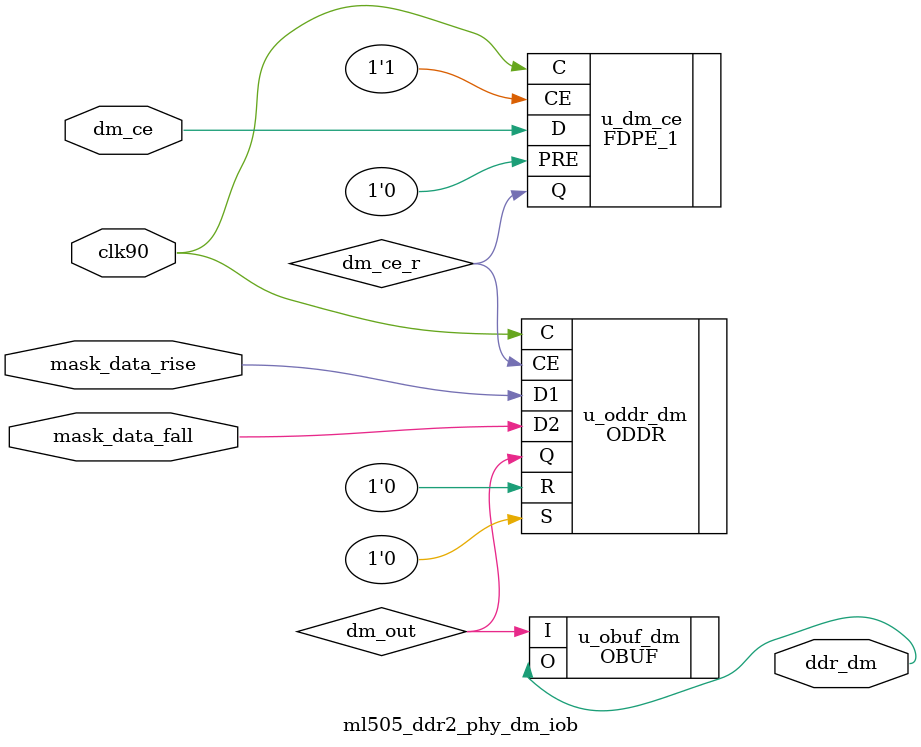
<source format=v>

`timescale 1ns/1ps

module ml505_ddr2_phy_dm_iob
  (
   input  clk90,
   input  dm_ce,
   input  mask_data_rise,
   input  mask_data_fall,
   output ddr_dm
   );

  wire    dm_out;
  wire    dm_ce_r;

  FDPE_1 u_dm_ce
    (
     .D    (dm_ce),
     .PRE  (1'b0),
     .C    (clk90),
     .Q    (dm_ce_r),
     .CE   (1'b1)
     );

  ODDR #
    (
     .SRTYPE("SYNC"),
     .DDR_CLK_EDGE("SAME_EDGE")
     )
    u_oddr_dm
      (
       .Q  (dm_out),
       .C  (clk90),
       .CE (dm_ce_r),
       .D1 (mask_data_rise),
       .D2 (mask_data_fall),
       .R  (1'b0),
       .S  (1'b0)
       );

  OBUF u_obuf_dm
    (
     .I (dm_out),
     .O (ddr_dm)
     );

endmodule

</source>
